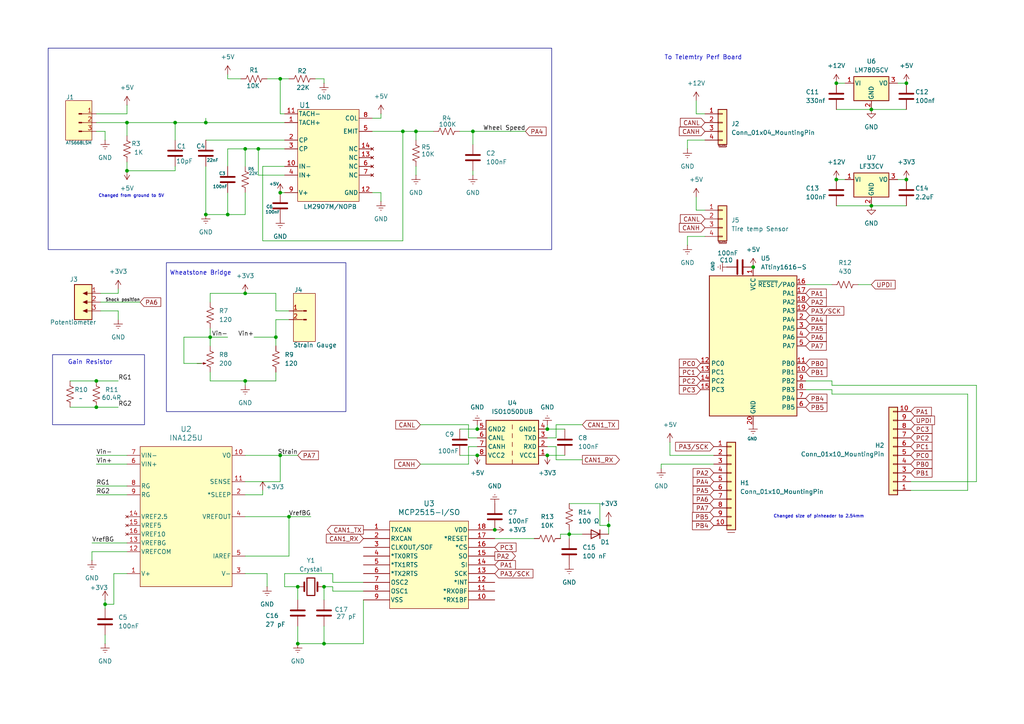
<source format=kicad_sch>
(kicad_sch (version 20231120) (generator "eeschema") (generator_version "8.0")
  (paper "A4")
  (junction (at 138.43 124.46))
  (junction (at 262.89 52.07))
  (junction (at 59.69 35.56))
  (junction (at 93.98 170.18))
  (junction (at 71.12 43.18))
  (junction (at 80.01 97.79))
  (junction (at 93.98 186.69))
  (junction (at 242.57 52.07))
  (junction (at 165.1 154.94))
  (junction (at 83.82 149.86))
  (junction (at 137.16 38.1))
  (junction (at 81.28 132.08))
  (junction (at 143.51 153.67))
  (junction (at 81.28 55.88))
  (junction (at 86.36 170.18))
  (junction (at 158.75 132.08))
  (junction (at 66.04 62.23))
  (junction (at 242.57 24.13))
  (junction (at 252.73 59.69))
  (junction (at 262.89 24.13))
  (junction (at 176.53 152.4))
  (junction (at 218.44 77.47))
  (junction (at 138.43 132.08))
  (junction (at 59.69 62.23))
  (junction (at 36.83 49.53))
  (junction (at 36.83 35.56))
  (junction (at 74.93 43.18))
  (junction (at 116.84 38.1))
  (junction (at 252.73 31.75))
  (junction (at 71.12 85.09))
  (junction (at 81.28 22.86))
  (junction (at 27.94 118.11))
  (junction (at 86.36 186.69))
  (junction (at 158.75 124.46))
  (junction (at 27.94 110.49))
  (junction (at 71.12 110.49))
  (junction (at 120.65 38.1))
  (junction (at 50.8 35.56))
  (junction (at 60.96 97.79))
  (junction (at 30.48 175.26))
  (wire (pts (xy 241.3 111.76) (xy 283.21 111.76)))
  (wire (pts (xy 50.8 35.56) (xy 59.69 35.56)))
  (wire (pts (xy 204.47 33.02) (xy 201.93 33.02)))
  (wire (pts (xy 241.3 111.76) (xy 241.3 110.49)))
  (wire (pts (xy 283.21 139.7) (xy 264.16 139.7)))
  (wire (pts (xy 60.96 85.09) (xy 60.96 87.63)))
  (wire (pts (xy 161.29 123.19) (xy 168.91 123.19)))
  (wire (pts (xy 165.1 146.05) (xy 173.99 146.05)))
  (wire (pts (xy 36.83 30.48) (xy 36.83 33.02)))
  (wire (pts (xy 71.12 55.88) (xy 71.12 62.23)))
  (wire (pts (xy 33.02 175.26) (xy 30.48 175.26)))
  (wire (pts (xy 137.16 49.53) (xy 137.16 50.8)))
  (wire (pts (xy 93.98 186.69) (xy 105.41 186.69)))
  (wire (pts (xy 36.83 160.02) (xy 26.67 160.02)))
  (wire (pts (xy 120.65 48.26) (xy 120.65 50.8)))
  (wire (pts (xy 207.01 132.08) (xy 194.31 132.08)))
  (wire (pts (xy 20.32 110.49) (xy 27.94 110.49)))
  (wire (pts (xy 20.32 118.11) (xy 27.94 118.11)))
  (wire (pts (xy 81.28 22.86) (xy 81.28 33.02)))
  (wire (pts (xy 242.57 31.75) (xy 252.73 31.75)))
  (wire (pts (xy 158.75 123.19) (xy 158.75 124.46)))
  (wire (pts (xy 66.04 43.18) (xy 66.04 48.26)))
  (wire (pts (xy 96.52 166.37) (xy 82.55 166.37)))
  (wire (pts (xy 162.56 156.21) (xy 162.56 154.94)))
  (wire (pts (xy 260.35 24.13) (xy 262.89 24.13)))
  (wire (pts (xy 69.85 22.86) (xy 66.04 22.86)))
  (wire (pts (xy 176.53 154.94) (xy 176.53 152.4)))
  (wire (pts (xy 105.41 186.69) (xy 105.41 173.99)))
  (wire (pts (xy 93.98 170.18) (xy 93.98 173.99)))
  (wire (pts (xy 80.01 97.79) (xy 80.01 100.33)))
  (wire (pts (xy 71.12 85.09) (xy 60.96 85.09)))
  (wire (pts (xy 137.16 38.1) (xy 133.35 38.1)))
  (wire (pts (xy 83.82 92.71) (xy 80.01 92.71)))
  (wire (pts (xy 60.96 95.25) (xy 60.96 97.79)))
  (wire (pts (xy 116.84 38.1) (xy 120.65 38.1)))
  (wire (pts (xy 82.55 50.8) (xy 74.93 50.8)))
  (wire (pts (xy 27.94 33.02) (xy 36.83 33.02)))
  (wire (pts (xy 27.94 140.97) (xy 36.83 140.97)))
  (wire (pts (xy 83.82 149.86) (xy 83.82 161.29)))
  (wire (pts (xy 120.65 38.1) (xy 120.65 40.64)))
  (wire (pts (xy 26.67 157.48) (xy 36.83 157.48)))
  (wire (pts (xy 138.43 129.54) (xy 135.89 129.54)))
  (wire (pts (xy 110.49 55.88) (xy 107.95 55.88)))
  (wire (pts (xy 76.2 143.51) (xy 71.12 143.51)))
  (wire (pts (xy 280.67 114.3) (xy 280.67 142.24)))
  (wire (pts (xy 86.36 181.61) (xy 86.36 186.69)))
  (wire (pts (xy 110.49 33.02) (xy 110.49 34.29)))
  (wire (pts (xy 27.94 143.51) (xy 36.83 143.51)))
  (wire (pts (xy 66.04 22.86) (xy 66.04 21.59)))
  (wire (pts (xy 283.21 111.76) (xy 283.21 139.7)))
  (wire (pts (xy 34.29 90.17) (xy 34.29 92.71)))
  (wire (pts (xy 120.65 38.1) (xy 125.73 38.1)))
  (wire (pts (xy 71.12 62.23) (xy 66.04 62.23)))
  (wire (pts (xy 82.55 33.02) (xy 81.28 33.02)))
  (wire (pts (xy 252.73 59.69) (xy 262.89 59.69)))
  (wire (pts (xy 204.47 60.96) (xy 201.93 60.96)))
  (wire (pts (xy 29.21 87.63) (xy 40.64 87.63)))
  (wire (pts (xy 30.48 175.26) (xy 30.48 176.53)))
  (wire (pts (xy 71.12 132.08) (xy 81.28 132.08)))
  (wire (pts (xy 66.04 62.23) (xy 59.69 62.23)))
  (wire (pts (xy 53.34 105.41) (xy 58.42 105.41)))
  (wire (pts (xy 83.82 90.17) (xy 80.01 90.17)))
  (wire (pts (xy 137.16 41.91) (xy 137.16 38.1)))
  (wire (pts (xy 204.47 40.64) (xy 199.39 40.64)))
  (wire (pts (xy 77.47 166.37) (xy 71.12 166.37)))
  (wire (pts (xy 96.52 170.18) (xy 96.52 171.45)))
  (wire (pts (xy 133.35 132.08) (xy 138.43 132.08)))
  (wire (pts (xy 280.67 142.24) (xy 264.16 142.24)))
  (wire (pts (xy 71.12 43.18) (xy 74.93 43.18)))
  (wire (pts (xy 116.84 69.85) (xy 116.84 38.1)))
  (wire (pts (xy 201.93 33.02) (xy 201.93 29.21)))
  (wire (pts (xy 81.28 22.86) (xy 83.82 22.86)))
  (wire (pts (xy 60.96 97.79) (xy 53.34 97.79)))
  (wire (pts (xy 158.75 132.08) (xy 163.83 132.08)))
  (wire (pts (xy 165.1 153.67) (xy 165.1 154.94)))
  (wire (pts (xy 248.92 82.55) (xy 252.73 82.55)))
  (wire (pts (xy 199.39 40.64) (xy 199.39 43.18)))
  (wire (pts (xy 135.89 134.62) (xy 121.92 134.62)))
  (wire (pts (xy 242.57 59.69) (xy 252.73 59.69)))
  (wire (pts (xy 77.47 170.18) (xy 77.47 166.37)))
  (wire (pts (xy 36.83 166.37) (xy 33.02 166.37)))
  (wire (pts (xy 81.28 55.88) (xy 82.55 55.88)))
  (wire (pts (xy 59.69 48.26) (xy 59.69 62.23)))
  (wire (pts (xy 173.99 146.05) (xy 173.99 152.4)))
  (wire (pts (xy 93.98 22.86) (xy 93.98 24.13)))
  (wire (pts (xy 241.3 114.3) (xy 241.3 113.03)))
  (wire (pts (xy 71.12 139.7) (xy 81.28 139.7)))
  (wire (pts (xy 242.57 24.13) (xy 245.11 24.13)))
  (wire (pts (xy 252.73 31.75) (xy 262.89 31.75)))
  (wire (pts (xy 173.99 152.4) (xy 176.53 152.4)))
  (wire (pts (xy 50.8 49.53) (xy 36.83 49.53)))
  (wire (pts (xy 73.66 97.79) (xy 80.01 97.79)))
  (wire (pts (xy 96.52 171.45) (xy 105.41 171.45)))
  (wire (pts (xy 143.51 156.21) (xy 154.94 156.21)))
  (wire (pts (xy 165.1 156.21) (xy 165.1 154.94)))
  (wire (pts (xy 81.28 139.7) (xy 81.28 132.08)))
  (wire (pts (xy 233.68 82.55) (xy 241.3 82.55)))
  (wire (pts (xy 207.01 134.62) (xy 191.77 134.62)))
  (wire (pts (xy 135.89 123.19) (xy 121.92 123.19)))
  (wire (pts (xy 110.49 58.42) (xy 110.49 55.88)))
  (wire (pts (xy 60.96 110.49) (xy 71.12 110.49)))
  (wire (pts (xy 60.96 97.79) (xy 60.96 100.33)))
  (wire (pts (xy 30.48 38.1) (xy 30.48 40.64)))
  (wire (pts (xy 36.83 39.37) (xy 36.83 35.56)))
  (wire (pts (xy 76.2 69.85) (xy 116.84 69.85)))
  (wire (pts (xy 50.8 35.56) (xy 50.8 40.64)))
  (wire (pts (xy 36.83 35.56) (xy 50.8 35.56)))
  (wire (pts (xy 241.3 110.49) (xy 233.68 110.49)))
  (wire (pts (xy 241.3 114.3) (xy 280.67 114.3)))
  (wire (pts (xy 90.17 149.86) (xy 83.82 149.86)))
  (wire (pts (xy 34.29 83.82) (xy 34.29 85.09)))
  (wire (pts (xy 199.39 68.58) (xy 199.39 71.12)))
  (wire (pts (xy 161.29 133.35) (xy 168.91 133.35)))
  (wire (pts (xy 158.75 127) (xy 161.29 127)))
  (wire (pts (xy 71.12 110.49) (xy 71.12 111.76)))
  (wire (pts (xy 26.67 160.02) (xy 26.67 162.56)))
  (wire (pts (xy 34.29 85.09) (xy 29.21 85.09)))
  (wire (pts (xy 36.83 35.56) (xy 27.94 35.56)))
  (wire (pts (xy 50.8 48.26) (xy 50.8 49.53)))
  (wire (pts (xy 93.98 181.61) (xy 93.98 186.69)))
  (wire (pts (xy 158.75 129.54) (xy 161.29 129.54)))
  (wire (pts (xy 162.56 154.94) (xy 165.1 154.94)))
  (wire (pts (xy 36.83 46.99) (xy 36.83 49.53)))
  (wire (pts (xy 107.95 38.1) (xy 116.84 38.1)))
  (wire (pts (xy 86.36 170.18) (xy 86.36 173.99)))
  (wire (pts (xy 204.47 68.58) (xy 199.39 68.58)))
  (wire (pts (xy 161.29 129.54) (xy 161.29 133.35)))
  (wire (pts (xy 27.94 110.49) (xy 34.29 110.49)))
  (wire (pts (xy 133.35 124.46) (xy 138.43 124.46)))
  (wire (pts (xy 176.53 152.4) (xy 176.53 151.13)))
  (wire (pts (xy 66.04 97.79) (xy 60.96 97.79)))
  (wire (pts (xy 27.94 38.1) (xy 30.48 38.1)))
  (wire (pts (xy 71.12 43.18) (xy 71.12 48.26)))
  (wire (pts (xy 138.43 127) (xy 135.89 127)))
  (wire (pts (xy 82.55 166.37) (xy 82.55 170.18)))
  (wire (pts (xy 83.82 161.29) (xy 71.12 161.29)))
  (wire (pts (xy 80.01 85.09) (xy 71.12 85.09)))
  (wire (pts (xy 86.36 186.69) (xy 93.98 186.69)))
  (wire (pts (xy 29.21 90.17) (xy 34.29 90.17)))
  (wire (pts (xy 91.44 22.86) (xy 93.98 22.86)))
  (wire (pts (xy 66.04 55.88) (xy 66.04 62.23)))
  (wire (pts (xy 135.89 127) (xy 135.89 123.19)))
  (wire (pts (xy 260.35 52.07) (xy 262.89 52.07)))
  (wire (pts (xy 76.2 48.26) (xy 76.2 69.85)))
  (wire (pts (xy 59.69 40.64) (xy 82.55 40.64)))
  (wire (pts (xy 74.93 43.18) (xy 74.93 50.8)))
  (wire (pts (xy 27.94 134.62) (xy 36.83 134.62)))
  (wire (pts (xy 27.94 118.11) (xy 34.29 118.11)))
  (wire (pts (xy 80.01 92.71) (xy 80.01 97.79)))
  (wire (pts (xy 71.12 149.86) (xy 83.82 149.86)))
  (wire (pts (xy 81.28 132.08) (xy 86.36 132.08)))
  (wire (pts (xy 60.96 107.95) (xy 60.96 110.49)))
  (wire (pts (xy 77.47 22.86) (xy 81.28 22.86)))
  (wire (pts (xy 158.75 124.46) (xy 163.83 124.46)))
  (wire (pts (xy 59.69 35.56) (xy 82.55 35.56)))
  (wire (pts (xy 137.16 38.1) (xy 152.4 38.1)))
  (wire (pts (xy 53.34 97.79) (xy 53.34 105.41)))
  (wire (pts (xy 93.98 170.18) (xy 96.52 170.18)))
  (wire (pts (xy 76.2 142.24) (xy 76.2 143.51)))
  (wire (pts (xy 233.68 113.03) (xy 241.3 113.03)))
  (wire (pts (xy 191.77 134.62) (xy 191.77 135.89)))
  (wire (pts (xy 161.29 127) (xy 161.29 123.19)))
  (wire (pts (xy 242.57 52.07) (xy 245.11 52.07)))
  (wire (pts (xy 110.49 34.29) (xy 107.95 34.29)))
  (wire (pts (xy 194.31 132.08) (xy 194.31 128.27)))
  (wire (pts (xy 165.1 154.94) (xy 168.91 154.94)))
  (wire (pts (xy 74.93 43.18) (xy 82.55 43.18)))
  (wire (pts (xy 33.02 166.37) (xy 33.02 175.26)))
  (wire (pts (xy 138.43 123.19) (xy 138.43 124.46)))
  (wire (pts (xy 82.55 170.18) (xy 86.36 170.18)))
  (wire (pts (xy 71.12 110.49) (xy 80.01 110.49)) (stroke (width 0) (color 0 132 0 1)))
  (wire (pts (xy 30.48 173.99) (xy 30.48 175.26)))
  (wire (pts (xy 59.69 35.56) (xy 59.69 34.29)))
  (wire (pts (xy 27.94 132.08) (xy 36.83 132.08)))
  (wire (pts (xy 135.89 129.54) (xy 135.89 134.62)))
  (wire (pts (xy 80.01 90.17) (xy 80.01 85.09)))
  (wire (pts (xy 80.01 107.95) (xy 80.01 110.49)))
  (wire (pts (xy 71.12 43.18) (xy 66.04 43.18)))
  (wire (pts (xy 105.41 168.91) (xy 96.52 168.91)))
  (wire (pts (xy 30.48 184.15) (xy 30.48 186.69)))
  (wire (pts (xy 82.55 48.26) (xy 76.2 48.26)))
  (wire (pts (xy 201.93 60.96) (xy 201.93 57.15)))
  (wire (pts (xy 96.52 168.91) (xy 96.52 166.37)))
  (rectangle (start 85.09 85.09) (end 91.44 99.06) (stroke (width 0) (color 132 0 0 1)) (fill (type color) (color 255 255 194 1)))
  (rectangle (start 15.24 102.87) (end 41.91 123.19) (stroke (width 0) (color 0 0 132 1)))
  (rectangle (start 48.26 76.2) (end 100.33 119.38) (stroke (width 0) (color 0 0 132 1)))
  (rectangle (start 13.97 13.97) (end 160.02 72.39) (stroke (width 0) (color 0 0 132 1)))
  (text "" (at 23.114 45.212 0) (effects (font (size 0.889 0.889))))
  (text "Changed size of pinheader to 2.54mm" (at 237.49 149.86 0) (effects (font (size 0.889 0.889))))
  (text "To Telemtry Perf Board\n" (at 203.962 16.764 0) (effects (font (size 1.27 1.27))))
  (text "Gain Resistor\n" (at 26.162 105.156 0) (effects (font (size 1.27 1.27))))
  (text "" (at 88.392 30.48 0) (effects (font (size 1.27 1.27))))
  (text "Changed from ground to 5V" (at 38.1 56.896 0) (effects (font (size 0.889 0.889))))
  (text "Wheatstone Bridge\n" (at 58.166 79.248 0) (effects (font (size 1.27 1.27))))
  (label "Vin-" (at 66.04 97.79 180))
  (label "RG2" (at 27.94 143.51 0))
  (label "Shock position" (at 40.64 87.63 180) (effects (font (size 0.889 0.889))))
  (label "VrefBG" (at 26.67 157.48 0))
  (label "Vin+" (at 27.94 134.62 0))
  (label "Vin-" (at 27.94 132.08 0))
  (label "VrefBG" (at 90.17 149.86 180))
  (label "Strain" (at 86.36 132.08 180))
  (label "Wheel Speed" (at 152.4 38.1 180))
  (label "RG2" (at 34.29 118.11 0))
  (label "Vin+" (at 73.66 97.79 180))
  (label "RG1" (at 34.29 110.49 0))
  (label "RG1" (at 27.94 140.97 0))
  (global_label "CANL" (shape input) (at 204.47 35.56 180) (property "Intersheetrefs" "${INTERSHEET_REFS}" (effects (hide yes))))
  (global_label "CANH" (shape input) (at 121.92 134.62 180) (property "Intersheetrefs" "${INTERSHEET_REFS}" (effects (hide yes))))
  (global_label "PC2" (shape input) (at 203.2 110.49 180) (property "Intersheetrefs" "${INTERSHEET_REFS}" (effects (hide yes))))
  (global_label "PC3" (shape input) (at 203.2 113.03 180) (property "Intersheetrefs" "${INTERSHEET_REFS}" (effects (hide yes))))
  (global_label "PA6" (shape input) (at 40.64 87.63 0) (property "Intersheetrefs" "${INTERSHEET_REFS}" (effects (hide yes))))
  (global_label "PA4" (shape input) (at 233.68 92.71 0) (property "Intersheetrefs" "${INTERSHEET_REFS}" (effects (hide yes))))
  (global_label "CAN1_TX" (shape output) (at 105.41 153.67 180) (property "Intersheetrefs" "${INTERSHEET_REFS}" (effects (hide yes))))
  (global_label "PA2" (shape input) (at 233.68 87.63 0) (property "Intersheetrefs" "${INTERSHEET_REFS}" (effects (hide yes))))
  (global_label "PB4" (shape input) (at 207.01 152.4 180) (property "Intersheetrefs" "${INTERSHEET_REFS}" (effects (hide yes))))
  (global_label "CANH" (shape input) (at 204.47 66.04 180) (property "Intersheetrefs" "${INTERSHEET_REFS}" (effects (hide yes))))
  (global_label "PA2" (shape input) (at 207.01 137.16 180) (property "Intersheetrefs" "${INTERSHEET_REFS}" (effects (hide yes))))
  (global_label "PA7" (shape input) (at 207.01 147.32 180) (property "Intersheetrefs" "${INTERSHEET_REFS}" (effects (hide yes))))
  (global_label "CANL" (shape input) (at 121.92 123.19 180) (property "Intersheetrefs" "${INTERSHEET_REFS}" (effects (hide yes))))
  (global_label "PC3" (shape input) (at 143.51 158.75 0) (property "Intersheetrefs" "${INTERSHEET_REFS}" (effects (hide yes))))
  (global_label "PA3{slash}SCK" (shape input) (at 207.01 129.54 180) (property "Intersheetrefs" "${INTERSHEET_REFS}" (effects (hide yes))))
  (global_label "PC0" (shape input) (at 264.16 132.08 0) (property "Intersheetrefs" "${INTERSHEET_REFS}" (effects (hide yes))))
  (global_label "PA4" (shape input) (at 207.01 139.7 180) (property "Intersheetrefs" "${INTERSHEET_REFS}" (effects (hide yes))))
  (global_label "PB5" (shape input) (at 207.01 149.86 180) (property "Intersheetrefs" "${INTERSHEET_REFS}" (effects (hide yes))))
  (global_label "PA5" (shape input) (at 233.68 95.25 0) (property "Intersheetrefs" "${INTERSHEET_REFS}" (effects (hide yes))))
  (global_label "PA5" (shape input) (at 207.01 142.24 180) (property "Intersheetrefs" "${INTERSHEET_REFS}" (effects (hide yes))))
  (global_label "CAN1_TX" (shape input) (at 168.91 123.19 0) (property "Intersheetrefs" "${INTERSHEET_REFS}" (effects (hide yes))))
  (global_label "PC2" (shape input) (at 264.16 127 0) (property "Intersheetrefs" "${INTERSHEET_REFS}" (effects (hide yes))))
  (global_label "PB1" (shape input) (at 233.68 107.95 0) (property "Intersheetrefs" "${INTERSHEET_REFS}" (effects (hide yes))))
  (global_label "PC3" (shape input) (at 264.16 124.46 0) (property "Intersheetrefs" "${INTERSHEET_REFS}" (effects (hide yes))))
  (global_label "PB4" (shape input) (at 233.68 115.57 0) (property "Intersheetrefs" "${INTERSHEET_REFS}" (effects (hide yes))))
  (global_label "CAN1_RX" (shape output) (at 168.91 133.35 0) (property "Intersheetrefs" "${INTERSHEET_REFS}" (effects (hide yes))))
  (global_label "PB1" (shape input) (at 264.16 137.16 0) (property "Intersheetrefs" "${INTERSHEET_REFS}" (effects (hide yes))))
  (global_label "PA7" (shape input) (at 86.36 132.08 0) (property "Intersheetrefs" "${INTERSHEET_REFS}" (effects (hide yes))))
  (global_label "PA6" (shape input) (at 233.68 97.79 0) (property "Intersheetrefs" "${INTERSHEET_REFS}" (effects (hide yes))))
  (global_label "PA1" (shape input) (at 264.16 119.38 0) (property "Intersheetrefs" "${INTERSHEET_REFS}" (effects (hide yes))))
  (global_label "PA6" (shape input) (at 207.01 144.78 180) (property "Intersheetrefs" "${INTERSHEET_REFS}" (effects (hide yes))))
  (global_label "PC1" (shape input) (at 203.2 107.95 180) (property "Intersheetrefs" "${INTERSHEET_REFS}" (effects (hide yes))))
  (global_label "PB0" (shape input) (at 233.68 105.41 0) (property "Intersheetrefs" "${INTERSHEET_REFS}" (effects (hide yes))))
  (global_label "PB0" (shape input) (at 264.16 134.62 0) (property "Intersheetrefs" "${INTERSHEET_REFS}" (effects (hide yes))))
  (global_label "PA2" (shape output) (at 143.51 161.29 0) (property "Intersheetrefs" "${INTERSHEET_REFS}" (effects (hide yes))))
  (global_label "PA4" (shape input) (at 152.4 38.1 0) (property "Intersheetrefs" "${INTERSHEET_REFS}" (effects (hide yes))))
  (global_label "PA1" (shape input) (at 143.51 163.83 0) (property "Intersheetrefs" "${INTERSHEET_REFS}" (effects (hide yes))))
  (global_label "UPDI" (shape input) (at 252.73 82.55 0) (property "Intersheetrefs" "${INTERSHEET_REFS}" (effects (hide yes))))
  (global_label "PA7" (shape input) (at 233.68 100.33 0) (property "Intersheetrefs" "${INTERSHEET_REFS}" (effects (hide yes))))
  (global_label "CANL" (shape input) (at 204.47 63.5 180) (property "Intersheetrefs" "${INTERSHEET_REFS}" (effects (hide yes))))
  (global_label "CAN1_RX" (shape input) (at 105.41 156.21 180) (property "Intersheetrefs" "${INTERSHEET_REFS}" (effects (hide yes))))
  (global_label "PA3{slash}SCK" (shape input) (at 233.68 90.17 0) (property "Intersheetrefs" "${INTERSHEET_REFS}" (effects (hide yes))))
  (global_label "PA3{slash}SCK" (shape input) (at 143.51 166.37 0) (property "Intersheetrefs" "${INTERSHEET_REFS}" (effects (hide yes))))
  (global_label "PB5" (shape input) (at 233.68 118.11 0) (property "Intersheetrefs" "${INTERSHEET_REFS}" (effects (hide yes))))
  (global_label "UPDI" (shape input) (at 264.16 121.92 0) (property "Intersheetrefs" "${INTERSHEET_REFS}" (effects (hide yes))))
  (global_label "CANH" (shape input) (at 204.47 38.1 180) (property "Intersheetrefs" "${INTERSHEET_REFS}" (effects (hide yes))))
  (global_label "PC0" (shape input) (at 203.2 105.41 180) (property "Intersheetrefs" "${INTERSHEET_REFS}" (effects (hide yes))))
  (global_label "PA1" (shape input) (at 233.68 85.09 0) (property "Intersheetrefs" "${INTERSHEET_REFS}" (effects (hide yes))))
  (global_label "PC1" (shape input) (at 264.16 129.54 0) (property "Intersheetrefs" "${INTERSHEET_REFS}" (effects (hide yes))))
  (symbol (lib_id "power:GNDREF") (at 218.44 123.19 0) (unit 1)
    (property "Reference" "#PWR036" (effects (hide yes)))
    (property "Value" "GND" (at 218.186 127.254 0) (effects (font (size 0.889 0.889))))
    (property "Description" "Power symbol creates a global label with name \"GNDREF\" , reference supply ground" (effects (hide yes)))
  )
  (symbol (lib_id "power:+5V") (at 110.49 33.02 0) (unit 1)
    (property "Reference" "#PWR05" (effects (hide yes)))
    (property "Value" "+5V" (at 110.49 27.94 0))
    (property "Description" "Power symbol creates a global label with name \"+5V\"" (effects (hide yes)))
  )
  (symbol (lib_id "power:+3V3") (at 71.12 85.09 0) (unit 1)
    (property "Reference" "#PWR016" (effects (hide yes)))
    (property "Value" "+3V3" (at 71.12 80.01 0))
    (property "Description" "Power symbol creates a global label with name \"+3V3\"" (effects (hide yes)))
  )
  (symbol (lib_id "Graphic:SYM_Arrow_Tiny") (at 58.42 105.41 0) (unit 1) (exclude_from_sim yes) (in_bom no) (on_board no)
    (property "Reference" "#SYM1" (effects (hide yes)))
    (property "Value" "SYM_Arrow_Tiny" (effects (hide yes)))
    (property "Description" "Filled arrow, 100mil" (effects (hide yes)))
  )
  (symbol (lib_id "Device:C") (at 214.63 77.47 90) (unit 1)
    (property "Reference" "C10" (at 212.598 75.438 90) (effects (justify left)))
    (property "Value" "100nF" (at 214.122 73.406 90) (effects (justify left)))
    (property "Footprint" "Capacitor_SMD:C_0805_2012Metric_Pad1.18x1.45mm_HandSolder" (effects (hide yes)))
    (property "Description" "Unpolarized capacitor" (effects (hide yes)))
  )
  (symbol (lib_id "Device:R_US") (at 87.63 22.86 90) (unit 1)
    (property "Reference" "R2" (at 87.63 20.574 90))
    (property "Value" "10K" (at 73.406 24.892 90))
    (property "Footprint" "Resistor_SMD:R_0805_2012Metric_Pad1.20x1.40mm_HandSolder" (effects (hide yes)))
    (property "Description" "Resistor, US symbol" (effects (hide yes)))
  )
  (symbol (lib_id "Device:R_US") (at 245.11 82.55 90) (unit 1)
    (property "Reference" "R12" (at 245.11 76.2 90))
    (property "Value" "430" (at 245.11 78.74 90))
    (property "Footprint" "Resistor_SMD:R_0805_2012Metric_Pad1.20x1.40mm_HandSolder" (effects (hide yes)))
    (property "Description" "Resistor, US symbol" (effects (hide yes)))
  )
  (symbol (lib_id "power:GNDREF") (at 120.65 50.8 0) (unit 1)
    (property "Reference" "#PWR06" (effects (hide yes)))
    (property "Value" "GND" (at 120.65 55.88 0))
    (property "Description" "Power symbol creates a global label with name \"GNDREF\" , reference supply ground" (effects (hide yes)))
  )
  (symbol (lib_id "Device:C") (at 66.04 52.07 0) (unit 1)
    (property "Reference" "C3" (at 63.5 50.292 0) (effects (font (size 0.889 0.889)) (justify left)))
    (property "Value" "100nF" (at 61.722 54.102 0) (effects (font (size 0.889 0.889)) (justify left)))
    (property "Footprint" "Capacitor_SMD:C_0805_2012Metric_Pad1.18x1.45mm_HandSolder" (effects (hide yes)))
    (property "Description" "Unpolarized capacitor" (effects (hide yes)))
  )
  (symbol (lib_id "Device:R_US") (at 71.12 52.07 0) (unit 1)
    (property "Reference" "R6" (at 71.882 49.022 0) (effects (font (size 0.889 0.889)) (justify left)))
    (property "Value" "22K" (at 72.136 50.292 0) (effects (font (size 0.889 0.889)) (justify left)))
    (property "Footprint" "Resistor_SMD:R_0805_2012Metric_Pad1.20x1.40mm_HandSolder" (effects (hide yes)))
    (property "Description" "Resistor, US symbol" (effects (hide yes)))
  )
  (symbol (lib_id "power:+3.3V") (at 176.53 151.13 0) (unit 1)
    (property "Reference" "#PWR042" (effects (hide yes)))
    (property "Value" "+3V3" (at 176.53 146.05 0))
    (property "Description" "Power symbol creates a global label with name \"+3.3V\"" (effects (hide yes)))
  )
  (symbol (lib_id "power:GNDREF") (at 199.39 43.18 0) (unit 1)
    (property "Reference" "#PWR014" (effects (hide yes)))
    (property "Value" "GND" (at 199.39 48.26 0))
    (property "Description" "Power symbol creates a global label with name \"GNDREF\" , reference supply ground" (effects (hide yes)))
  )
  (symbol (lib_id "power:GNDREF") (at 59.69 62.23 0) (unit 1)
    (property "Reference" "#PWR010" (effects (hide yes)))
    (property "Value" "GND" (at 59.69 67.31 0))
    (property "Description" "Power symbol creates a global label with name \"GNDREF\" , reference supply ground" (effects (hide yes)))
  )
  (symbol (lib_id "power:+5V") (at 262.89 24.13 0) (unit 1)
    (property "Reference" "#PWR038" (effects (hide yes)))
    (property "Value" "+5V" (at 262.89 19.05 0))
  )
  (symbol (lib_id "Device:C") (at 50.8 44.45 0) (unit 1)
    (property "Reference" "C1" (at 51.308 42.418 0) (effects (justify left)))
    (property "Value" "10pF" (at 51.054 46.736 0) (effects (justify left)))
    (property "Footprint" "Capacitor_SMD:C_0805_2012Metric_Pad1.18x1.45mm_HandSolder" (effects (hide yes)))
    (property "Description" "Unpolarized capacitor" (effects (hide yes)))
  )
  (symbol (lib_id "power:+3V3") (at 158.75 132.08 180) (unit 1)
    (property "Reference" "#PWR031" (effects (hide yes)))
    (property "Value" "+3V3" (at 158.75 137.16 0))
    (property "Description" "Power symbol creates a global label with name \"+3V3\"" (effects (hide yes)))
  )
  (symbol (lib_id "power:+3V3") (at 30.48 173.99 0) (unit 1)
    (property "Reference" "#PWR019" (effects (hide yes)))
    (property "Value" "+3V3" (at 28.702 170.434 0))
    (property "Description" "Power symbol creates a global label with name \"+3V3\"" (effects (hide yes)))
  )
  (symbol (lib_id "power:GND") (at 252.73 59.69 0) (unit 1)
    (property "Reference" "#PWR040" (effects (hide yes)))
    (property "Value" "GND" (at 252.73 64.77 0))
  )
  (symbol (lib_id "MCU_Microchip_ATtiny:ATtiny1616-S") (at 218.44 100.33 0) (unit 1)
    (property "Reference" "U5" (at 220.6341 74.93 0) (effects (justify left)))
    (property "Value" "ATtiny1616-S" (at 220.6341 77.47 0) (effects (justify left)))
    (property "Footprint" "Package_SO:SOIC-20W_7.5x12.8mm_P1.27mm" (effects (hide yes)))
    (property "Datasheet" "http://ww1.microchip.com/downloads/en/DeviceDoc/ATtiny3216_ATtiny1616-data-sheet-40001997B.pdf" (effects (hide yes)))
    (property "Description" "20MHz, 16kB Flash, 2kB SRAM, 256B EEPROM, SOIC-20" (effects (hide yes)))
  )
  (symbol (lib_id "power:GND") (at 252.73 31.75 0) (unit 1)
    (property "Reference" "#PWR037" (effects (hide yes)))
    (property "Value" "GND" (at 252.73 36.83 0))
  )
  (symbol (lib_id "Device:R_US") (at 80.01 104.14 0) (unit 1)
    (property "Reference" "R9" (at 82.55 102.8699 0) (effects (justify left)))
    (property "Value" "120" (at 82.55 105.4099 0) (effects (justify left)))
    (property "Footprint" "Resistor_SMD:R_0805_2012Metric_Pad1.20x1.40mm_HandSolder" (effects (hide yes)))
    (property "Description" "Resistor, US symbol" (effects (hide yes)))
  )
  (symbol (lib_id "power:GNDREF") (at 143.51 146.05 180) (unit 1)
    (property "Reference" "#PWR025" (effects (hide yes)))
    (property "Value" "GND" (at 143.51 140.97 0))
    (property "Description" "Power symbol creates a global label with name \"GNDREF\" , reference supply ground" (effects (hide yes)))
  )
  (symbol (lib_id "Device:C") (at 163.83 128.27 0) (unit 1)
    (property "Reference" "C8" (at 167.64 126.9999 0) (effects (justify left)))
    (property "Value" "100nF" (at 167.64 129.5399 0) (effects (justify left)))
    (property "Footprint" "Capacitor_SMD:C_0805_2012Metric_Pad1.18x1.45mm_HandSolder" (effects (hide yes)))
    (property "Description" "Unpolarized capacitor" (effects (hide yes)))
  )
  (symbol (lib_id "Regulator_Linear:LM7805_TO220") (at 252.73 52.07 0) (unit 1)
    (property "Reference" "U7" (at 252.73 45.72 0))
    (property "Value" "LF33CV" (at 252.73 48.26 0))
    (property "Footprint" "Package_TO_SOT_THT:TO-220-3_Vertical" (effects (hide yes)))
    (property "Datasheet" "https://www.onsemi.cn/PowerSolutions/document/MC7800-D.PDF" (effects (hide yes)))
  )
  (symbol (lib_id "power:+5V") (at 81.28 55.88 0) (unit 1)
    (property "Reference" "#PWR08" (effects (hide yes)))
    (property "Value" "+5V" (at 79.502 53.34 0) (effects (font (size 0.889 0.889))))
    (property "Description" "Power symbol creates a global label with name \"+5V\"" (effects (hide yes)))
  )
  (symbol (lib_id "Device:R_US") (at 36.83 43.18 0) (unit 1)
    (property "Reference" "R3" (at 38.1 41.656 0) (effects (justify left)))
    (property "Value" "1K" (at 38.862 44.196 0) (effects (justify left)))
    (property "Footprint" "Resistor_SMD:R_0805_2012Metric_Pad1.20x1.40mm_HandSolder" (effects (hide yes)))
    (property "Description" "Resistor, US symbol" (effects (hide yes)))
  )
  (symbol (lib_id "Device:C") (at 86.36 177.8 0) (unit 1)
    (property "Reference" "C16" (at 76.962 178.562 0) (effects (justify left)))
    (property "Value" "27 pF" (at 76.962 181.102 0) (effects (justify left)))
    (property "Footprint" "Capacitor_SMD:C_0805_2012Metric_Pad1.18x1.45mm_HandSolder" (effects (hide yes)))
    (property "Description" "Unpolarized capacitor" (effects (hide yes)))
  )
  (symbol (lib_id "power:+3V3") (at 76.2 142.24 0) (unit 1)
    (property "Reference" "#PWR021" (effects (hide yes)))
    (property "Value" "+3V3" (at 79.756 141.224 0))
    (property "Description" "Power symbol creates a global label with name \"+3V3\"" (effects (hide yes)))
  )
  (symbol (lib_id "Device:C") (at 59.69 44.45 0) (unit 1)
    (property "Reference" "C4" (at 56.896 42.418 0) (effects (justify left)))
    (property "Value" "22nF" (at 59.944 46.482 0) (effects (font (size 0.889 0.889)) (justify left)))
    (property "Footprint" "Capacitor_SMD:C_0805_2012Metric_Pad1.18x1.45mm_HandSolder" (effects (hide yes)))
    (property "Description" "Unpolarized capacitor" (effects (hide yes)))
  )
  (symbol (lib_id "Device:C") (at 242.57 27.94 0) (unit 1)
    (property "Reference" "C11" (at 233.68 26.67 0) (effects (justify left)))
    (property "Value" "330nf" (at 233.68 29.21 0) (effects (justify left)))
    (property "Footprint" "Capacitor_SMD:C_0805_2012Metric_Pad1.18x1.45mm_HandSolder" (effects (hide yes)))
    (property "Datasheet" "https://mm.digikey.com/Volume0/opasdata/d220001/medias/docus/4262/0805B334K250CC.pdf" (effects (hide yes)))
  )
  (symbol (lib_id "power:GNDREF") (at 86.36 186.69 0) (unit 1)
    (property "Reference" "#PWR027" (effects (hide yes)))
    (property "Value" "GND" (at 86.36 191.77 0))
    (property "Description" "Power symbol creates a global label with name \"GNDREF\" , reference supply ground" (effects (hide yes)))
  )
  (symbol (lib_id "Device:C") (at 93.98 177.8 0) (unit 1)
    (property "Reference" "C17" (at 97.028 176.784 0) (effects (justify left)))
    (property "Value" "27 pF" (at 97.536 178.816 0) (effects (justify left)))
    (property "Footprint" "Capacitor_SMD:C_0805_2012Metric_Pad1.18x1.45mm_HandSolder" (effects (hide yes)))
    (property "Description" "Unpolarized capacitor" (effects (hide yes)))
  )
  (symbol (lib_id "power:GNDREF") (at 199.39 71.12 0) (unit 1)
    (property "Reference" "#PWR044" (effects (hide yes)))
    (property "Value" "GND" (at 199.39 76.2 0))
    (property "Description" "Power symbol creates a global label with name \"GNDREF\" , reference supply ground" (effects (hide yes)))
  )
  (symbol (lib_id "New_Library:INA125U") (at 24.13 134.62 0) (unit 1)
    (property "Reference" "U2" (at 53.975 124.46 0) (effects (font (size 1.524 1.524))))
    (property "Value" "INA125U" (at 53.975 127 0) (effects (font (size 1.524 1.524))))
    (property "Footprint" "FS_3_Global_Footprint_Library:D16" (effects (hide yes)))
  )
  (symbol (lib_id "Device:R_US") (at 129.54 38.1 90) (unit 1)
    (property "Reference" "R4" (at 129.54 34.29 90))
    (property "Value" "100K" (at 129.794 36.068 90))
    (property "Footprint" "Resistor_SMD:R_0805_2012Metric_Pad1.20x1.40mm_HandSolder" (effects (hide yes)))
    (property "Description" "Resistor, US symbol" (effects (hide yes)))
  )
  (symbol (lib_name "Conn_01x02_Pin_1") (lib_id "Connector:Conn_01x02_Pin") (at 88.9 92.71 180) (unit 1)
    (property "Reference" "J4" (at 85.344 84.074 0) (effects (justify right)))
    (property "Value" "Strain Gauge" (at 85.09 100.076 0) (effects (justify right)))
    (property "Footprint" "Molex Nanofit:Molex_Nano-Fit_105309-xx02_1x02_P2.50mm_Vertical" (effects (hide yes)))
    (property "Description" "Generic connector, single row, 01x02, script generated" (effects (hide yes)))
  )
  (symbol (lib_id "power:+12V") (at 201.93 29.21 0) (unit 1)
    (property "Reference" "#PWR013" (effects (hide yes)))
    (property "Value" "+12V" (at 201.93 24.13 0))
    (property "Description" "Power symbol creates a global label with name \"+12V\"" (effects (hide yes)))
  )
  (symbol (lib_id "power:+5V") (at 218.44 77.47 0) (unit 1)
    (property "Reference" "#PWR032" (effects (hide yes)))
    (property "Value" "+5V" (at 218.44 72.39 0))
    (property "Description" "Power symbol creates a global label with name \"+5V\"" (effects (hide yes)))
  )
  (symbol (lib_id "power:+5V") (at 194.31 128.27 0) (unit 1)
    (property "Reference" "#PWR034" (effects (hide yes)))
    (property "Value" "+5V" (at 194.31 123.19 0))
    (property "Description" "Power symbol creates a global label with name \"+5V\"" (effects (hide yes)))
  )
  (symbol (lib_id "power:+3V3") (at 143.51 153.67 270) (unit 1)
    (property "Reference" "#PWR026" (effects (hide yes)))
    (property "Value" "+3V3" (at 147.32 153.6699 90) (effects (justify left)))
    (property "Description" "Power symbol creates a global label with name \"+3V3\"" (effects (hide yes)))
  )
  (symbol (lib_id "Device:R_US") (at 120.65 44.45 0) (unit 1)
    (property "Reference" "R5" (at 122.174 42.672 0) (effects (justify left)))
    (property "Value" "10K" (at 122.174 44.704 0) (effects (justify left)))
    (property "Footprint" "Resistor_SMD:R_0805_2012Metric_Pad1.20x1.40mm_HandSolder" (effects (hide yes)))
    (property "Description" "Resistor, US symbol" (effects (hide yes)))
  )
  (symbol (lib_id "Connector_Generic_MountingPin:Conn_01x10_MountingPin") (at 259.08 132.08 180) (unit 1)
    (property "Reference" "H2" (at 256.54 129.1843 0) (effects (justify left)))
    (property "Value" "Conn_01x10_MountingPin" (at 256.54 131.7243 0) (effects (justify left)))
    (property "Footprint" "Connector_PinHeader_2.54mm:PinHeader_1x10_P2.54mm_Vertical" (effects (hide yes)))
    (property "Description" "Generic connectable mounting pin connector, single row, 01x10, script generated (kicad-library-utils/schlib/autogen/connector/)" (effects (hide yes)))
  )
  (symbol (lib_id "power:GNDREF") (at 34.29 92.71 0) (unit 1)
    (property "Reference" "#PWR012" (effects (hide yes)))
    (property "Value" "GND" (at 34.29 97.79 0))
    (property "Description" "Power symbol creates a global label with name \"GNDREF\" , reference supply ground" (effects (hide yes)))
  )
  (symbol (lib_id "power:GNDREF") (at 137.16 50.8 0) (unit 1)
    (property "Reference" "#PWR07" (effects (hide yes)))
    (property "Value" "GND" (at 137.16 55.88 0))
    (property "Description" "Power symbol creates a global label with name \"GNDREF\" , reference supply ground" (effects (hide yes)))
  )
  (symbol (lib_id "power:+5V") (at 138.43 132.08 180) (unit 1)
    (property "Reference" "#PWR030" (effects (hide yes)))
    (property "Value" "+5V" (at 138.43 137.16 0))
    (property "Description" "Power symbol creates a global label with name \"+5V\"" (effects (hide yes)))
  )
  (symbol (lib_id "power:+5V") (at 36.83 49.53 180) (unit 1)
    (property "Reference" "#PWR02" (effects (hide yes)))
    (property "Value" "+5V" (at 36.83 54.61 0))
    (property "Description" "Power symbol creates a global label with name \"+5V\"" (effects (hide yes)))
  )
  (symbol (lib_id "Device:Crystal") (at 90.17 170.18 0) (unit 1)
    (property "Reference" "Y1" (at 90.17 162.56 0))
    (property "Value" "Crystal" (at 90.17 165.1 0))
    (property "Footprint" "Crystal:Crystal_SMD_5032-2Pin_5.0x3.2mm_HandSoldering" (effects (hide yes)))
    (property "Description" "Two pin crystal" (effects (hide yes)))
  )
  (symbol (lib_id "power:GNDREF") (at 138.43 123.19 180) (unit 1)
    (property "Reference" "#PWR029" (effects (hide yes)))
    (property "Value" "GND" (at 138.43 118.11 0))
    (property "Description" "Power symbol creates a global label with name \"GNDREF\" , reference supply ground" (effects (hide yes)))
  )
  (symbol (lib_id "power:GNDREF") (at 93.98 24.13 0) (unit 1)
    (property "Reference" "#PWR04" (effects (hide yes)))
    (property "Value" "GND" (at 93.98 28.194 0))
    (property "Description" "Power symbol creates a global label with name \"GNDREF\" , reference supply ground" (effects (hide yes)))
  )
  (symbol (lib_id "Device:R_US") (at 60.96 104.14 0) (unit 1)
    (property "Reference" "R8" (at 63.5 102.8699 0) (effects (justify left)))
    (property "Value" "200" (at 63.5 105.4099 0) (effects (justify left)))
    (property "Footprint" "Resistor_SMD:R_0805_2012Metric_Pad1.20x1.40mm_HandSolder" (effects (hide yes)))
    (property "Description" "Resistor, US symbol" (effects (hide yes)))
  )
  (symbol (lib_id "power:+12V") (at 242.57 52.07 0) (unit 1)
    (property "Reference" "#PWR039" (effects (hide yes)))
    (property "Value" "+12V" (at 242.57 46.99 0))
  )
  (symbol (lib_id "power:GNDREF") (at 71.12 111.76 0) (unit 1)
    (property "Reference" "#PWR017" (effects (hide yes)))
    (property "Value" "GND" (at 71.12 116.84 0))
    (property "Description" "Power symbol creates a global label with name \"GNDREF\" , reference supply ground" (effects (hide yes)))
  )
  (symbol (lib_id "Device:R_US") (at 73.66 22.86 270) (unit 1)
    (property "Reference" "R1" (at 73.66 20.32 90))
    (property "Value" "22K" (at 87.884 25.4 90))
    (property "Footprint" "Resistor_SMD:R_0805_2012Metric_Pad1.20x1.40mm_HandSolder" (effects (hide yes)))
    (property "Description" "Resistor, US symbol" (effects (hide yes)))
  )
  (symbol (lib_id "Device:C") (at 262.89 55.88 0) (unit 1)
    (property "Reference" "C14" (at 265.43 54.61 0) (effects (justify left)))
    (property "Value" "2.2uF" (at 265.43 57.15 0) (effects (justify left)))
    (property "Footprint" "Capacitor_SMD:C_0805_2012Metric_Pad1.18x1.45mm_HandSolder" (effects (hide yes)))
    (property "Datasheet" "https://mm.digikey.com/Volume0/opasdata/d220001/medias/docus/4005/0805B104K101CC.pdf" (effects (hide yes)))
  )
  (symbol (lib_id "power:+5V") (at 36.83 30.48 0) (unit 1)
    (property "Reference" "#PWR01" (effects (hide yes)))
    (property "Value" "+5V" (at 36.83 25.4 0))
    (property "Description" "Power symbol creates a global label with name \"+5V\"" (effects (hide yes)))
  )
  (symbol (lib_id "Device:C") (at 81.28 59.69 0) (unit 1)
    (property "Reference" "C6" (at 77.216 59.944 0) (effects (font (size 0.889 0.889)) (justify left)))
    (property "Value" "100nF" (at 76.962 61.468 0) (effects (font (size 0.889 0.889)) (justify left)))
    (property "Footprint" "Capacitor_SMD:C_0805_2012Metric_Pad1.18x1.45mm_HandSolder" (effects (hide yes)))
    (property "Description" "Unpolarized capacitor" (effects (hide yes)))
  )
  (symbol (lib_id "Device:R_US") (at 165.1 149.86 0) (unit 1)
    (property "Reference" "R14" (at 167.64 148.5899 0) (effects (justify left)))
    (property "Value" "100 Ω" (at 167.64 151.1299 0) (effects (justify left)))
    (property "Footprint" "Resistor_SMD:R_0805_2012Metric_Pad1.20x1.40mm_HandSolder" (effects (hide yes)))
    (property "Description" "Resistor, US symbol" (effects (hide yes)))
  )
  (symbol (lib_id "FS_3_Global_Symbol_Library:LM2907M_NOPB") (at 86.36 54.61 0) (unit 1)
    (property "Reference" "U1" (at 88.392 30.48 0) (effects (font (size 1.524 1.524))))
    (property "Value" "LM2907M/NOPB" (at 95.758 59.944 0))
    (property "Footprint" "FS_3_Global_Footprint_Library:M14A_TEX" (effects (hide yes)))
  )
  (symbol (lib_id "power:+3V3") (at 34.29 83.82 0) (unit 1)
    (property "Reference" "#PWR011" (effects (hide yes)))
    (property "Value" "+3V3" (at 34.29 78.74 0))
    (property "Description" "Power symbol creates a global label with name \"+3V3\"" (effects (hide yes)))
  )
  (symbol (lib_id "power:GNDREF") (at 26.67 162.56 0) (unit 1)
    (property "Reference" "#PWR018" (effects (hide yes)))
    (property "Value" "GND" (at 26.67 167.64 0))
    (property "Description" "Power symbol creates a global label with name \"GNDREF\" , reference supply ground" (effects (hide yes)))
  )
  (symbol (lib_id "FS_3_Global_Symbol_Library:MCP2515-I_SO") (at 105.41 153.67 0) (unit 1)
    (property "Reference" "U3" (at 124.46 146.05 0) (effects (font (size 1.524 1.524))))
    (property "Value" "MCP2515-I/SO" (at 124.46 148.59 0) (effects (font (size 1.524 1.524))))
    (property "Footprint" "Package_SO:SOIC-18W_7.5x11.6mm_P1.27mm" (effects (hide yes)))
    (property "Datasheet" "MCP2515-I/SO" (effects (hide yes)))
    (property "Description" "Stand Alone CAN Controller with SPI" (effects (hide yes)))
  )
  (symbol (lib_id "Device:D") (at 172.72 154.94 180) (unit 1)
    (property "Reference" "D1" (at 175.514 157.226 0))
    (property "Value" "D" (effects (hide yes)))
    (property "Footprint" "Diode_SMD:D_0805_2012Metric" (effects (hide yes)))
    (property "Description" "Diode" (effects (hide yes)))
    (property "Sim.Device" "D" (effects (hide yes)))
    (property "Sim.Pins" "1=K 2=A" (effects (hide yes)))
  )
  (symbol (lib_id "Device:C") (at 242.57 55.88 0) (unit 1)
    (property "Reference" "C13" (at 233.68 54.61 0) (effects (justify left)))
    (property "Value" "100nF" (at 233.68 57.15 0) (effects (justify left)))
    (property "Footprint" "Capacitor_SMD:C_0805_2012Metric_Pad1.18x1.45mm_HandSolder" (effects (hide yes)))
    (property "Datasheet" "https://mm.digikey.com/Volume0/opasdata/d220001/medias/docus/4262/0805B334K250CC.pdf" (effects (hide yes)))
  )
  (symbol (lib_id "power:GNDREF") (at 77.47 170.18 0) (unit 1)
    (property "Reference" "#PWR022" (effects (hide yes)))
    (property "Value" "GND" (at 77.47 175.26 0))
    (property "Description" "Power symbol creates a global label with name \"GNDREF\" , reference supply ground" (effects (hide yes)))
  )
  (symbol (lib_id "Device:R_US") (at 60.96 91.44 0) (unit 1)
    (property "Reference" "R7" (at 63.5 90.1699 0) (effects (justify left)))
    (property "Value" "120" (at 63.5 92.7099 0) (effects (justify left)))
    (property "Footprint" "Resistor_SMD:R_0805_2012Metric_Pad1.20x1.40mm_HandSolder" (effects (hide yes)))
    (property "Description" "Resistor, US symbol" (effects (hide yes)))
  )
  (symbol (lib_id "power:GNDREF") (at 165.1 163.83 0) (unit 1)
    (property "Reference" "#PWR043" (effects (hide yes)))
    (property "Value" "GND" (at 165.1 168.91 0))
    (property "Description" "Power symbol creates a global label with name \"GNDREF\" , reference supply ground" (effects (hide yes)))
  )
  (symbol (lib_id "Device:C") (at 262.89 27.94 0) (unit 1)
    (property "Reference" "C12" (at 265.43 26.67 0) (effects (justify left)))
    (property "Value" "100nf" (at 265.43 29.21 0) (effects (justify left)))
    (property "Footprint" "Capacitor_SMD:C_0805_2012Metric_Pad1.18x1.45mm_HandSolder" (effects (hide yes)))
    (property "Datasheet" "https://mm.digikey.com/Volume0/opasdata/d220001/medias/docus/4005/0805B104K101CC.pdf" (effects (hide yes)))
  )
  (symbol (lib_id "power:GNDREF") (at 158.75 123.19 180) (unit 1)
    (property "Reference" "#PWR028" (effects (hide yes)))
    (property "Value" "GND" (at 158.75 118.11 0))
    (property "Description" "Power symbol creates a global label with name \"GNDREF\" , reference supply ground" (effects (hide yes)))
  )
  (symbol (lib_id "Device:C") (at 30.48 180.34 0) (unit 1)
    (property "Reference" "C5" (at 34.29 179.0699 0) (effects (justify left)))
    (property "Value" "100nF" (at 34.29 181.6099 0) (effects (justify left)))
    (property "Footprint" "Capacitor_SMD:C_0805_2012Metric_Pad1.18x1.45mm_HandSolder" (effects (hide yes)))
    (property "Description" "Unpolarized capacitor" (effects (hide yes)))
  )
  (symbol (lib_id "Device:R_US") (at 27.94 114.3 0) (unit 1)
    (property "Reference" "R11" (at 30.48 113.0299 0) (effects (justify left)))
    (property "Value" "60.4R" (at 29.464 115.316 0) (effects (justify left)))
    (property "Footprint" "Resistor_SMD:R_0805_2012Metric_Pad1.20x1.40mm_HandSolder" (effects (hide yes)))
    (property "Description" "Resistor, US symbol" (effects (hide yes)))
  )
  (symbol (lib_id "Regulator_Linear:LM7805_TO220") (at 252.73 24.13 0) (unit 1)
    (property "Reference" "U6" (at 252.73 17.78 0))
    (property "Value" "LM7805CV" (at 252.73 20.32 0))
    (property "Footprint" "Package_TO_SOT_THT:TO-220-3_Vertical" (effects (hide yes)))
    (property "Datasheet" "https://www.onsemi.cn/PowerSolutions/document/MC7800-D.PDF" (effects (hide yes)))
  )
  (symbol (lib_id "Device:C") (at 143.51 149.86 0) (unit 1)
    (property "Reference" "C7" (at 147.32 148.5899 0) (effects (justify left)))
    (property "Value" "100nF" (at 147.32 151.1299 0) (effects (justify left)))
    (property "Footprint" "Capacitor_SMD:C_0805_2012Metric_Pad1.18x1.45mm_HandSolder" (effects (hide yes)))
    (property "Description" "Unpolarized capacitor" (effects (hide yes)))
  )
  (symbol (lib_id "Device:C") (at 133.35 128.27 0) (unit 1)
    (property "Reference" "C9" (at 129.032 125.984 0) (effects (justify left)))
    (property "Value" "100nF" (at 127 130.81 0) (effects (justify left)))
    (property "Footprint" "Capacitor_SMD:C_0805_2012Metric_Pad1.18x1.45mm_HandSolder" (effects (hide yes)))
    (property "Description" "Unpolarized capacitor" (effects (hide yes)))
  )
  (symbol (lib_name "Conn_01x10_MountingPin_1") (lib_id "Connector_Generic_MountingPin:Conn_01x10_MountingPin") (at 212.09 139.7 0) (unit 1)
    (property "Reference" "H1" (at 214.63 140.0555 0) (effects (justify left)))
    (property "Value" "Conn_01x10_MountingPin" (at 214.63 142.5955 0) (effects (justify left)))
    (property "Footprint" "Connector_PinHeader_2.54mm:PinHeader_1x10_P2.54mm_Vertical" (effects (hide yes)))
    (property "Description" "Generic connectable mounting pin connector, single row, 01x10, script generated (kicad-library-utils/schlib/autogen/connector/)" (effects (hide yes)))
  )
  (symbol (lib_id "Device:R_US") (at 20.32 114.3 0) (unit 1)
    (property "Reference" "R10" (at 21.59 113.03 0) (effects (justify left)))
    (property "Value" "~" (at 22.86 115.5699 0) (effects (justify left)))
    (property "Footprint" "Resistor_SMD:R_0805_2012Metric_Pad1.20x1.40mm_HandSolder" (effects (hide yes)))
    (property "Description" "Resistor, US symbol" (effects (hide yes)))
  )
  (symbol (lib_id "power:GNDREF") (at 110.49 58.42 0) (unit 1)
    (property "Reference" "#PWR023" (effects (hide yes)))
    (property "Value" "GND" (at 110.49 63.5 0))
    (property "Description" "Power symbol creates a global label with name \"GNDREF\" , reference supply ground" (effects (hide yes)))
  )
  (symbol (lib_id "Device:C") (at 137.16 45.72 0) (unit 1)
    (property "Reference" "C2" (at 140.97 44.4499 0) (effects (justify left)))
    (property "Value" "100nF" (at 140.97 46.9899 0) (effects (justify left)))
    (property "Footprint" "Capacitor_SMD:C_0805_2012Metric_Pad1.18x1.45mm_HandSolder" (effects (hide yes)))
    (property "Description" "Unpolarized capacitor" (effects (hide yes)))
  )
  (symbol (lib_id "power:GNDREF") (at 191.77 135.89 0) (unit 1)
    (property "Reference" "#PWR035" (effects (hide yes)))
    (property "Value" "GND" (at 191.77 140.97 0))
    (property "Description" "Power symbol creates a global label with name \"GNDREF\" , reference supply ground" (effects (hide yes)))
  )
  (symbol (lib_id "Connector:Conn_01x03_Pin") (at 22.86 35.56 0) (unit 1)
    (property "Reference" "J1" (at 20.32 28.194 0))
    (property "Value" "ATS668LSM" (at 22.86 41.402 0) (effects (font (size 0.889 0.889))))
    (property "Footprint" "Molex Nanofit:Molex_Nano-Fit_105309-xx03_1x03_P2.50mm_Vertical" (effects (hide yes)))
    (property "Description" "Generic connector, single row, 01x03, script generated" (effects (hide yes)))
  )
  (symbol (lib_id "power:+5V") (at 201.93 57.15 0) (unit 1)
    (property "Reference" "#PWR045" (effects (hide yes)))
    (property "Value" "+5V" (at 201.93 52.07 0))
    (property "Description" "Power symbol creates a global label with name \"+5V\"" (effects (hide yes)))
  )
  (symbol (lib_id "power:GNDREF") (at 30.48 40.64 0) (unit 1)
    (property "Reference" "#PWR024" (effects (hide yes)))
    (property "Value" "GND" (at 30.48 45.72 0))
    (property "Description" "Power symbol creates a global label with name \"GNDREF\" , reference supply ground" (effects (hide yes)))
  )
  (symbol (lib_id "power:+12V") (at 242.57 24.13 0) (unit 1)
    (property "Reference" "#PWR015" (effects (hide yes)))
    (property "Value" "+12V" (at 242.57 19.05 0))
  )
  (symbol (lib_id "power:GNDREF") (at 81.28 63.5 0) (unit 1)
    (property "Reference" "#PWR09" (effects (hide yes)))
    (property "Value" "GND" (at 81.28 68.58 0))
    (property "Description" "Power symbol creates a global label with name \"GNDREF\" , reference supply ground" (effects (hide yes)))
  )
  (symbol (lib_id "Device:R_US") (at 158.75 156.21 90) (unit 1)
    (property "Reference" "R13" (at 158.75 149.86 90))
    (property "Value" "10K" (at 158.75 152.4 90))
    (property "Footprint" "Resistor_SMD:R_0805_2012Metric_Pad1.20x1.40mm_HandSolder" (effects (hide yes)))
    (property "Description" "Resistor, US symbol" (effects (hide yes)))
  )
  (symbol (lib_id "power:+5V") (at 66.04 21.59 0) (unit 1)
    (property "Reference" "#PWR03" (effects (hide yes)))
    (property "Value" "+5V" (at 66.04 16.51 0))
    (property "Description" "Power symbol creates a global label with name \"+5V\"" (effects (hide yes)))
  )
  (symbol (lib_id "Device:C") (at 165.1 160.02 0) (unit 1)
    (property "Reference" "C15" (at 168.91 158.7499 0) (effects (justify left)))
    (property "Value" "100 nF" (at 168.91 161.2899 0) (effects (justify left)))
    (property "Footprint" "Capacitor_SMD:C_0805_2012Metric_Pad1.18x1.45mm_HandSolder" (effects (hide yes)))
    (property "Description" "Unpolarized capacitor" (effects (hide yes)))
  )
  (symbol (lib_id "Device:R_Potentiometer") (at 25.4 88.9 0) (unit 1)
    (property "Reference" "J3" (at 22.606 81.026 0) (effects (justify right)))
    (property "Value" "Potentiometer" (at 27.94 93.472 0) (effects (justify right)))
    (property "Footprint" "Molex Nanofit:Molex_Nano-Fit_105309-xx03_1x03_P2.50mm_Vertical" (effects (hide yes)))
    (property "Description" "Potentiometer" (effects (hide yes)))
  )
  (symbol (lib_id "Interface_CAN_LIN:ISO1050DUB") (at 148.59 129.54 180) (unit 1)
    (property "Reference" "U4" (at 148.59 116.84 0))
    (property "Value" "ISO1050DUB" (at 148.59 119.38 0))
    (property "Footprint" "Package_SO:SOP-8_6.62x9.15mm_P2.54mm" (effects (hide yes)))
    (property "Datasheet" "http://www.ti.com/lit/ds/symlink/iso1050.pdf" (effects (hide yes)))
    (property "Description" "Isolated CAN Transceiver, SOP-8" (effects (hide yes)))
  )
  (symbol (lib_id "power:+5V") (at 262.89 52.07 0) (unit 1)
    (property "Reference" "#PWR041" (effects (hide yes)))
    (property "Value" "+3V3" (at 262.89 46.99 0))
  )
  (symbol (lib_id "power:GNDREF") (at 30.48 186.69 0) (unit 1)
    (property "Reference" "#PWR020" (effects (hide yes)))
    (property "Value" "GND" (at 30.48 191.77 0))
    (property "Description" "Power symbol creates a global label with name \"GNDREF\" , reference supply ground" (effects (hide yes)))
  )
  (symbol (lib_id "Connector_Generic_MountingPin:Conn_01x04_MountingPin") (at 209.55 63.5 0) (unit 1)
    (property "Reference" "J5" (at 212.09 63.8555 0) (effects (justify left)))
    (property "Value" "Tire temp Sensor" (at 212.09 66.3955 0) (effects (justify left)))
    (property "Footprint" "Molex Nanofit:Molex_Nano-Fit_105309-xx04_1x04_P2.50mm_Vertical" (effects (hide yes)))
    (property "Description" "Generic connectable mounting pin connector, single row, 01x04, script generated (kicad-library-utils/schlib/autogen/connector/)" (effects (hide yes)))
  )
  (symbol (lib_id "power:GNDREF") (at 210.82 77.47 270) (unit 1)
    (property "Reference" "#PWR033" (effects (hide yes)))
    (property "Value" "GND" (at 206.756 77.216 0) (effects (font (size 0.889 0.889))))
    (property "Description" "Power symbol creates a global label with name \"GNDREF\" , reference supply ground" (effects (hide yes)))
  )
  (symbol (lib_id "Connector_Generic_MountingPin:Conn_01x04_MountingPin") (at 209.55 35.56 0) (unit 1)
    (property "Reference" "J2" (at 212.09 35.9155 0) (effects (justify left)))
    (property "Value" "Conn_01x04_MountingPin" (at 212.09 38.4555 0) (effects (justify left)))
    (property "Footprint" "Molex Nanofit:Molex_Nano-Fit_105309-xx04_1x04_P2.50mm_Vertical" (effects (hide yes)))
    (property "Description" "Generic connectable mounting pin connector, single row, 01x04, script generated (kicad-library-utils/schlib/autogen/connector/)" (effects (hide yes)))
  )
)
</source>
